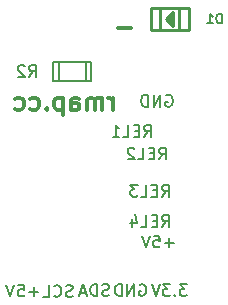
<source format=gbr>
G04 #@! TF.FileFunction,Legend,Bot*
%FSLAX46Y46*%
G04 Gerber Fmt 4.6, Leading zero omitted, Abs format (unit mm)*
G04 Created by KiCad (PCBNEW 0.201509251832+6217~30~ubuntu14.04.1-product) date gio 08 ott 2015 22:57:14 CEST*
%MOMM*%
G01*
G04 APERTURE LIST*
%ADD10C,0.100000*%
%ADD11C,0.160000*%
%ADD12C,0.300000*%
%ADD13C,0.127000*%
%ADD14C,0.254000*%
%ADD15C,0.200000*%
%ADD16C,0.149860*%
G04 APERTURE END LIST*
D10*
D11*
X153042809Y-108389681D02*
X153376143Y-107913490D01*
X153614238Y-108389681D02*
X153614238Y-107389681D01*
X153233285Y-107389681D01*
X153138047Y-107437300D01*
X153090428Y-107484919D01*
X153042809Y-107580157D01*
X153042809Y-107723014D01*
X153090428Y-107818252D01*
X153138047Y-107865871D01*
X153233285Y-107913490D01*
X153614238Y-107913490D01*
X152614238Y-107865871D02*
X152280904Y-107865871D01*
X152138047Y-108389681D02*
X152614238Y-108389681D01*
X152614238Y-107389681D01*
X152138047Y-107389681D01*
X151233285Y-108389681D02*
X151709476Y-108389681D01*
X151709476Y-107389681D01*
X150471380Y-107723014D02*
X150471380Y-108389681D01*
X150709476Y-107342062D02*
X150947571Y-108056348D01*
X150328523Y-108056348D01*
X153017409Y-105836981D02*
X153350743Y-105360790D01*
X153588838Y-105836981D02*
X153588838Y-104836981D01*
X153207885Y-104836981D01*
X153112647Y-104884600D01*
X153065028Y-104932219D01*
X153017409Y-105027457D01*
X153017409Y-105170314D01*
X153065028Y-105265552D01*
X153112647Y-105313171D01*
X153207885Y-105360790D01*
X153588838Y-105360790D01*
X152588838Y-105313171D02*
X152255504Y-105313171D01*
X152112647Y-105836981D02*
X152588838Y-105836981D01*
X152588838Y-104836981D01*
X152112647Y-104836981D01*
X151207885Y-105836981D02*
X151684076Y-105836981D01*
X151684076Y-104836981D01*
X150969790Y-104836981D02*
X150350742Y-104836981D01*
X150684076Y-105217933D01*
X150541218Y-105217933D01*
X150445980Y-105265552D01*
X150398361Y-105313171D01*
X150350742Y-105408410D01*
X150350742Y-105646505D01*
X150398361Y-105741743D01*
X150445980Y-105789362D01*
X150541218Y-105836981D01*
X150826933Y-105836981D01*
X150922171Y-105789362D01*
X150969790Y-105741743D01*
X152788809Y-102687381D02*
X153122143Y-102211190D01*
X153360238Y-102687381D02*
X153360238Y-101687381D01*
X152979285Y-101687381D01*
X152884047Y-101735000D01*
X152836428Y-101782619D01*
X152788809Y-101877857D01*
X152788809Y-102020714D01*
X152836428Y-102115952D01*
X152884047Y-102163571D01*
X152979285Y-102211190D01*
X153360238Y-102211190D01*
X152360238Y-102163571D02*
X152026904Y-102163571D01*
X151884047Y-102687381D02*
X152360238Y-102687381D01*
X152360238Y-101687381D01*
X151884047Y-101687381D01*
X150979285Y-102687381D02*
X151455476Y-102687381D01*
X151455476Y-101687381D01*
X150693571Y-101782619D02*
X150645952Y-101735000D01*
X150550714Y-101687381D01*
X150312618Y-101687381D01*
X150217380Y-101735000D01*
X150169761Y-101782619D01*
X150122142Y-101877857D01*
X150122142Y-101973095D01*
X150169761Y-102115952D01*
X150741190Y-102687381D01*
X150122142Y-102687381D01*
X151518809Y-100782381D02*
X151852143Y-100306190D01*
X152090238Y-100782381D02*
X152090238Y-99782381D01*
X151709285Y-99782381D01*
X151614047Y-99830000D01*
X151566428Y-99877619D01*
X151518809Y-99972857D01*
X151518809Y-100115714D01*
X151566428Y-100210952D01*
X151614047Y-100258571D01*
X151709285Y-100306190D01*
X152090238Y-100306190D01*
X151090238Y-100258571D02*
X150756904Y-100258571D01*
X150614047Y-100782381D02*
X151090238Y-100782381D01*
X151090238Y-99782381D01*
X150614047Y-99782381D01*
X149709285Y-100782381D02*
X150185476Y-100782381D01*
X150185476Y-99782381D01*
X148852142Y-100782381D02*
X149423571Y-100782381D01*
X149137857Y-100782381D02*
X149137857Y-99782381D01*
X149233095Y-99925238D01*
X149328333Y-100020476D01*
X149423571Y-100068095D01*
X153352404Y-97264600D02*
X153447642Y-97216981D01*
X153590499Y-97216981D01*
X153733357Y-97264600D01*
X153828595Y-97359838D01*
X153876214Y-97455076D01*
X153923833Y-97645552D01*
X153923833Y-97788410D01*
X153876214Y-97978886D01*
X153828595Y-98074124D01*
X153733357Y-98169362D01*
X153590499Y-98216981D01*
X153495261Y-98216981D01*
X153352404Y-98169362D01*
X153304785Y-98121743D01*
X153304785Y-97788410D01*
X153495261Y-97788410D01*
X152876214Y-98216981D02*
X152876214Y-97216981D01*
X152304785Y-98216981D01*
X152304785Y-97216981D01*
X151828595Y-98216981D02*
X151828595Y-97216981D01*
X151590500Y-97216981D01*
X151447642Y-97264600D01*
X151352404Y-97359838D01*
X151304785Y-97455076D01*
X151257166Y-97645552D01*
X151257166Y-97788410D01*
X151304785Y-97978886D01*
X151352404Y-98074124D01*
X151447642Y-98169362D01*
X151590500Y-98216981D01*
X151828595Y-98216981D01*
X154028614Y-109761329D02*
X153266709Y-109761329D01*
X153647661Y-110142281D02*
X153647661Y-109380376D01*
X152314328Y-109142281D02*
X152790519Y-109142281D01*
X152838138Y-109618471D01*
X152790519Y-109570852D01*
X152695281Y-109523233D01*
X152457185Y-109523233D01*
X152361947Y-109570852D01*
X152314328Y-109618471D01*
X152266709Y-109713710D01*
X152266709Y-109951805D01*
X152314328Y-110047043D01*
X152361947Y-110094662D01*
X152457185Y-110142281D01*
X152695281Y-110142281D01*
X152790519Y-110094662D01*
X152838138Y-110047043D01*
X151980995Y-109142281D02*
X151647662Y-110142281D01*
X151314328Y-109142281D01*
X155146190Y-113244381D02*
X154527142Y-113244381D01*
X154860476Y-113625333D01*
X154717618Y-113625333D01*
X154622380Y-113672952D01*
X154574761Y-113720571D01*
X154527142Y-113815810D01*
X154527142Y-114053905D01*
X154574761Y-114149143D01*
X154622380Y-114196762D01*
X154717618Y-114244381D01*
X155003333Y-114244381D01*
X155098571Y-114196762D01*
X155146190Y-114149143D01*
X154098571Y-114149143D02*
X154050952Y-114196762D01*
X154098571Y-114244381D01*
X154146190Y-114196762D01*
X154098571Y-114149143D01*
X154098571Y-114244381D01*
X153717619Y-113244381D02*
X153098571Y-113244381D01*
X153431905Y-113625333D01*
X153289047Y-113625333D01*
X153193809Y-113672952D01*
X153146190Y-113720571D01*
X153098571Y-113815810D01*
X153098571Y-114053905D01*
X153146190Y-114149143D01*
X153193809Y-114196762D01*
X153289047Y-114244381D01*
X153574762Y-114244381D01*
X153670000Y-114196762D01*
X153717619Y-114149143D01*
X152812857Y-113244381D02*
X152479524Y-114244381D01*
X152146190Y-113244381D01*
X151129904Y-113292000D02*
X151225142Y-113244381D01*
X151367999Y-113244381D01*
X151510857Y-113292000D01*
X151606095Y-113387238D01*
X151653714Y-113482476D01*
X151701333Y-113672952D01*
X151701333Y-113815810D01*
X151653714Y-114006286D01*
X151606095Y-114101524D01*
X151510857Y-114196762D01*
X151367999Y-114244381D01*
X151272761Y-114244381D01*
X151129904Y-114196762D01*
X151082285Y-114149143D01*
X151082285Y-113815810D01*
X151272761Y-113815810D01*
X150653714Y-114244381D02*
X150653714Y-113244381D01*
X150082285Y-114244381D01*
X150082285Y-113244381D01*
X149606095Y-114244381D02*
X149606095Y-113244381D01*
X149368000Y-113244381D01*
X149225142Y-113292000D01*
X149129904Y-113387238D01*
X149082285Y-113482476D01*
X149034666Y-113672952D01*
X149034666Y-113815810D01*
X149082285Y-114006286D01*
X149129904Y-114101524D01*
X149225142Y-114196762D01*
X149368000Y-114244381D01*
X149606095Y-114244381D01*
X148521586Y-114209462D02*
X148378729Y-114257081D01*
X148140633Y-114257081D01*
X148045395Y-114209462D01*
X147997776Y-114161843D01*
X147950157Y-114066605D01*
X147950157Y-113971367D01*
X147997776Y-113876129D01*
X148045395Y-113828510D01*
X148140633Y-113780890D01*
X148331110Y-113733271D01*
X148426348Y-113685652D01*
X148473967Y-113638033D01*
X148521586Y-113542795D01*
X148521586Y-113447557D01*
X148473967Y-113352319D01*
X148426348Y-113304700D01*
X148331110Y-113257081D01*
X148093014Y-113257081D01*
X147950157Y-113304700D01*
X147521586Y-114257081D02*
X147521586Y-113257081D01*
X147283491Y-113257081D01*
X147140633Y-113304700D01*
X147045395Y-113399938D01*
X146997776Y-113495176D01*
X146950157Y-113685652D01*
X146950157Y-113828510D01*
X146997776Y-114018986D01*
X147045395Y-114114224D01*
X147140633Y-114209462D01*
X147283491Y-114257081D01*
X147521586Y-114257081D01*
X146569205Y-113971367D02*
X146093014Y-113971367D01*
X146664443Y-114257081D02*
X146331110Y-113257081D01*
X145997776Y-114257081D01*
X142560514Y-113901529D02*
X141798609Y-113901529D01*
X142179561Y-114282481D02*
X142179561Y-113520576D01*
X140846228Y-113282481D02*
X141322419Y-113282481D01*
X141370038Y-113758671D01*
X141322419Y-113711052D01*
X141227181Y-113663433D01*
X140989085Y-113663433D01*
X140893847Y-113711052D01*
X140846228Y-113758671D01*
X140798609Y-113853910D01*
X140798609Y-114092005D01*
X140846228Y-114187243D01*
X140893847Y-114234862D01*
X140989085Y-114282481D01*
X141227181Y-114282481D01*
X141322419Y-114234862D01*
X141370038Y-114187243D01*
X140512895Y-113282481D02*
X140179562Y-114282481D01*
X139846228Y-113282481D01*
X145449776Y-114272962D02*
X145306919Y-114320581D01*
X145068823Y-114320581D01*
X144973585Y-114272962D01*
X144925966Y-114225343D01*
X144878347Y-114130105D01*
X144878347Y-114034867D01*
X144925966Y-113939629D01*
X144973585Y-113892010D01*
X145068823Y-113844390D01*
X145259300Y-113796771D01*
X145354538Y-113749152D01*
X145402157Y-113701533D01*
X145449776Y-113606295D01*
X145449776Y-113511057D01*
X145402157Y-113415819D01*
X145354538Y-113368200D01*
X145259300Y-113320581D01*
X145021204Y-113320581D01*
X144878347Y-113368200D01*
X143878347Y-114225343D02*
X143925966Y-114272962D01*
X144068823Y-114320581D01*
X144164061Y-114320581D01*
X144306919Y-114272962D01*
X144402157Y-114177724D01*
X144449776Y-114082486D01*
X144497395Y-113892010D01*
X144497395Y-113749152D01*
X144449776Y-113558676D01*
X144402157Y-113463438D01*
X144306919Y-113368200D01*
X144164061Y-113320581D01*
X144068823Y-113320581D01*
X143925966Y-113368200D01*
X143878347Y-113415819D01*
X142973585Y-114320581D02*
X143449776Y-114320581D01*
X143449776Y-113320581D01*
D12*
X149288572Y-91547143D02*
X150431429Y-91547143D01*
X148887142Y-98468571D02*
X148887142Y-97468571D01*
X148887142Y-97754286D02*
X148815714Y-97611429D01*
X148744285Y-97540000D01*
X148601428Y-97468571D01*
X148458571Y-97468571D01*
X147958571Y-98468571D02*
X147958571Y-97468571D01*
X147958571Y-97611429D02*
X147887143Y-97540000D01*
X147744285Y-97468571D01*
X147530000Y-97468571D01*
X147387143Y-97540000D01*
X147315714Y-97682857D01*
X147315714Y-98468571D01*
X147315714Y-97682857D02*
X147244285Y-97540000D01*
X147101428Y-97468571D01*
X146887143Y-97468571D01*
X146744285Y-97540000D01*
X146672857Y-97682857D01*
X146672857Y-98468571D01*
X145315714Y-98468571D02*
X145315714Y-97682857D01*
X145387143Y-97540000D01*
X145530000Y-97468571D01*
X145815714Y-97468571D01*
X145958571Y-97540000D01*
X145315714Y-98397143D02*
X145458571Y-98468571D01*
X145815714Y-98468571D01*
X145958571Y-98397143D01*
X146030000Y-98254286D01*
X146030000Y-98111429D01*
X145958571Y-97968571D01*
X145815714Y-97897143D01*
X145458571Y-97897143D01*
X145315714Y-97825714D01*
X144601428Y-97468571D02*
X144601428Y-98968571D01*
X144601428Y-97540000D02*
X144458571Y-97468571D01*
X144172857Y-97468571D01*
X144030000Y-97540000D01*
X143958571Y-97611429D01*
X143887142Y-97754286D01*
X143887142Y-98182857D01*
X143958571Y-98325714D01*
X144030000Y-98397143D01*
X144172857Y-98468571D01*
X144458571Y-98468571D01*
X144601428Y-98397143D01*
X143244285Y-98325714D02*
X143172857Y-98397143D01*
X143244285Y-98468571D01*
X143315714Y-98397143D01*
X143244285Y-98325714D01*
X143244285Y-98468571D01*
X141887142Y-98397143D02*
X142029999Y-98468571D01*
X142315713Y-98468571D01*
X142458571Y-98397143D01*
X142529999Y-98325714D01*
X142601428Y-98182857D01*
X142601428Y-97754286D01*
X142529999Y-97611429D01*
X142458571Y-97540000D01*
X142315713Y-97468571D01*
X142029999Y-97468571D01*
X141887142Y-97540000D01*
X140601428Y-98397143D02*
X140744285Y-98468571D01*
X141029999Y-98468571D01*
X141172857Y-98397143D01*
X141244285Y-98325714D01*
X141315714Y-98182857D01*
X141315714Y-97754286D01*
X141244285Y-97611429D01*
X141172857Y-97540000D01*
X141029999Y-97468571D01*
X140744285Y-97468571D01*
X140601428Y-97540000D01*
D13*
X146558000Y-94437200D02*
X146558000Y-96062800D01*
X144272000Y-96062800D02*
X144272000Y-94437200D01*
X143814800Y-96062800D02*
X143814800Y-94437200D01*
X143814800Y-94437200D02*
X147015200Y-94437200D01*
X147015200Y-94437200D02*
X147015200Y-96062800D01*
X147015200Y-96062800D02*
X143814800Y-96062800D01*
D14*
X153670000Y-90604340D02*
X153670000Y-90904060D01*
X153769060Y-91104720D02*
X153769060Y-90505280D01*
X153969720Y-90205560D02*
X153969720Y-91404440D01*
X153969720Y-91404440D02*
X153370280Y-90805000D01*
X153370280Y-90805000D02*
X153969720Y-90205560D01*
X152869900Y-91704160D02*
X152869900Y-89905840D01*
X154470100Y-89905840D02*
X154470100Y-91704160D01*
X155270200Y-89905840D02*
X152069800Y-89905840D01*
X152069800Y-89905840D02*
X152069800Y-91704160D01*
X152069800Y-91704160D02*
X155270200Y-91704160D01*
X155270200Y-91704160D02*
X155270200Y-89905840D01*
D15*
X141771666Y-95702381D02*
X142105000Y-95226190D01*
X142343095Y-95702381D02*
X142343095Y-94702381D01*
X141962142Y-94702381D01*
X141866904Y-94750000D01*
X141819285Y-94797619D01*
X141771666Y-94892857D01*
X141771666Y-95035714D01*
X141819285Y-95130952D01*
X141866904Y-95178571D01*
X141962142Y-95226190D01*
X142343095Y-95226190D01*
X141390714Y-94797619D02*
X141343095Y-94750000D01*
X141247857Y-94702381D01*
X141009761Y-94702381D01*
X140914523Y-94750000D01*
X140866904Y-94797619D01*
X140819285Y-94892857D01*
X140819285Y-94988095D01*
X140866904Y-95130952D01*
X141438333Y-95702381D01*
X140819285Y-95702381D01*
D16*
X158070550Y-91166950D02*
X158070550Y-90366850D01*
X157880050Y-90366850D01*
X157765750Y-90404950D01*
X157689550Y-90481150D01*
X157651450Y-90557350D01*
X157613350Y-90709750D01*
X157613350Y-90824050D01*
X157651450Y-90976450D01*
X157689550Y-91052650D01*
X157765750Y-91128850D01*
X157880050Y-91166950D01*
X158070550Y-91166950D01*
X156851350Y-91166950D02*
X157308550Y-91166950D01*
X157079950Y-91166950D02*
X157079950Y-90366850D01*
X157156150Y-90481150D01*
X157232350Y-90557350D01*
X157308550Y-90595450D01*
M02*

</source>
